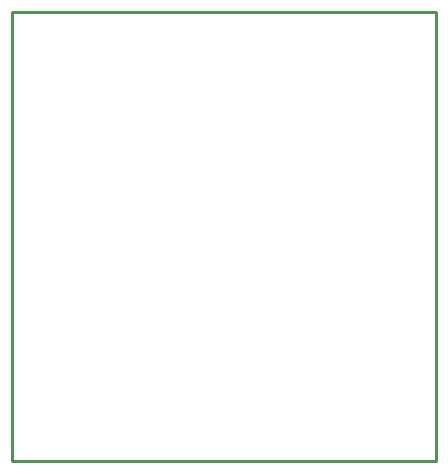
<source format=gbr>
G04 EAGLE Gerber RS-274X export*
G75*
%MOMM*%
%FSLAX34Y34*%
%LPD*%
%IN*%
%IPPOS*%
%AMOC8*
5,1,8,0,0,1.08239X$1,22.5*%
G01*
%ADD10C,0.254000*%


D10*
X-9000Y-50000D02*
X350000Y-50000D01*
X350000Y330000D01*
X-9000Y330000D01*
X-9000Y-50000D01*
M02*

</source>
